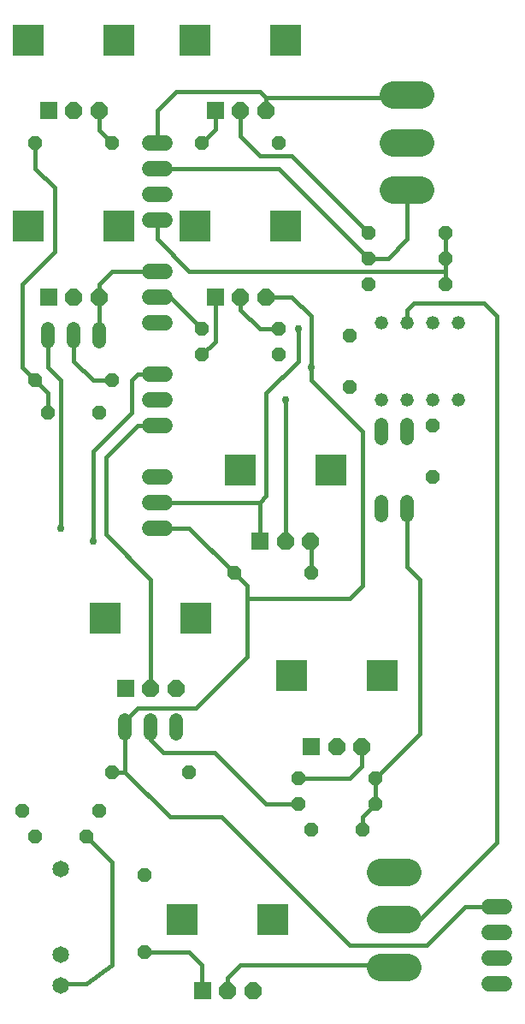
<source format=gbr>
G04 EAGLE Gerber RS-274X export*
G75*
%MOMM*%
%FSLAX34Y34*%
%LPD*%
%INTop Copper*%
%IPPOS*%
%AMOC8*
5,1,8,0,0,1.08239X$1,22.5*%
G01*
%ADD10R,1.676400X1.676400*%
%ADD11P,1.814519X8X292.500000*%
%ADD12R,3.116000X3.116000*%
%ADD13C,1.650000*%
%ADD14P,1.429621X8X202.500000*%
%ADD15P,1.429621X8X292.500000*%
%ADD16C,2.705100*%
%ADD17C,1.320800*%
%ADD18P,1.429621X8X22.500000*%
%ADD19C,1.320800*%
%ADD20P,1.429621X8X112.500000*%
%ADD21C,1.524000*%
%ADD22C,0.406400*%
%ADD23C,0.756400*%


D10*
X216300Y18900D03*
D11*
X241300Y18900D03*
X266300Y18900D03*
D12*
X286300Y88900D03*
X196300Y88900D03*
D10*
X229000Y704700D03*
D11*
X254000Y704700D03*
X279000Y704700D03*
D12*
X299000Y774700D03*
X209000Y774700D03*
D13*
X76200Y138900D03*
X76200Y53900D03*
X76200Y23900D03*
D14*
X101600Y171450D03*
X50800Y171450D03*
X114300Y196850D03*
X38100Y196850D03*
D15*
X158750Y133350D03*
X158750Y57150D03*
D14*
X203200Y234950D03*
X127000Y234950D03*
D16*
X392875Y135890D02*
X419926Y135890D01*
X419926Y88900D02*
X392875Y88900D01*
X392875Y41910D02*
X419926Y41910D01*
D17*
X393700Y488696D02*
X393700Y501904D01*
X393700Y564896D02*
X393700Y578104D01*
X63500Y660146D02*
X63500Y673354D01*
X114300Y673354D02*
X114300Y660146D01*
X88900Y660146D02*
X88900Y673354D01*
D14*
X127000Y857250D03*
X50800Y857250D03*
D10*
X63900Y888850D03*
D11*
X88900Y888850D03*
X113900Y888850D03*
D12*
X133900Y958850D03*
X43900Y958850D03*
D14*
X127000Y622300D03*
X50800Y622300D03*
D10*
X63900Y704700D03*
D11*
X88900Y704700D03*
X113900Y704700D03*
D12*
X133900Y774700D03*
X43900Y774700D03*
D14*
X114300Y590550D03*
X63500Y590550D03*
X292100Y647700D03*
X215900Y647700D03*
D18*
X215900Y673100D03*
X292100Y673100D03*
D14*
X292100Y857250D03*
X215900Y857250D03*
D10*
X229000Y888850D03*
D11*
X254000Y888850D03*
X279000Y888850D03*
D12*
X299000Y958850D03*
X209000Y958850D03*
D16*
X405575Y810260D02*
X432626Y810260D01*
X432626Y857250D02*
X405575Y857250D01*
X405575Y904240D02*
X432626Y904240D01*
D14*
X457200Y768350D03*
X381000Y768350D03*
D18*
X381000Y742950D03*
X457200Y742950D03*
D14*
X457200Y717550D03*
X381000Y717550D03*
D17*
X419100Y501904D02*
X419100Y488696D01*
X419100Y564896D02*
X419100Y578104D01*
D18*
X323850Y177800D03*
X374650Y177800D03*
X311150Y228600D03*
X387350Y228600D03*
D10*
X324250Y260200D03*
D11*
X349250Y260200D03*
X374250Y260200D03*
D12*
X394250Y330200D03*
X304250Y330200D03*
D18*
X311150Y203200D03*
X387350Y203200D03*
D17*
X139700Y272796D02*
X139700Y286004D01*
X190500Y286004D02*
X190500Y272796D01*
X165100Y272796D02*
X165100Y286004D01*
D10*
X140100Y317350D03*
D11*
X165100Y317350D03*
X190100Y317350D03*
D12*
X210100Y387350D03*
X120100Y387350D03*
D10*
X273450Y463400D03*
D11*
X298450Y463400D03*
X323450Y463400D03*
D12*
X343450Y533400D03*
X253450Y533400D03*
D14*
X323850Y431800D03*
X247650Y431800D03*
D19*
X469900Y679450D03*
X444500Y679450D03*
X444500Y603250D03*
X469900Y603250D03*
X419100Y679450D03*
X393700Y679450D03*
X419100Y603250D03*
X393700Y603250D03*
D20*
X361950Y615950D03*
X361950Y666750D03*
X444500Y527050D03*
X444500Y577850D03*
D21*
X179070Y781050D02*
X163830Y781050D01*
X163830Y806450D02*
X179070Y806450D01*
X179070Y831850D02*
X163830Y831850D01*
X163830Y857250D02*
X179070Y857250D01*
X179070Y679450D02*
X163830Y679450D01*
X163830Y704850D02*
X179070Y704850D01*
X179070Y730250D02*
X163830Y730250D01*
X163830Y577850D02*
X179070Y577850D01*
X179070Y603250D02*
X163830Y603250D01*
X163830Y628650D02*
X179070Y628650D01*
X500380Y25400D02*
X515620Y25400D01*
X515620Y50800D02*
X500380Y50800D01*
X500380Y76200D02*
X515620Y76200D01*
X515620Y101600D02*
X500380Y101600D01*
X179070Y527050D02*
X163830Y527050D01*
X163830Y501650D02*
X179070Y501650D01*
X179070Y476250D02*
X163830Y476250D01*
D22*
X139700Y279400D02*
X139700Y234950D01*
X171450Y476250D02*
X203200Y476250D01*
X247650Y431800D01*
X63500Y635000D02*
X63500Y666750D01*
X63500Y635000D02*
X76200Y622300D01*
X76200Y476250D01*
X279150Y704850D02*
X304800Y704850D01*
X323850Y685800D01*
X323850Y635000D01*
X279000Y704700D02*
X279150Y704850D01*
D23*
X76200Y476250D03*
D22*
X476250Y101600D02*
X508000Y101600D01*
X476250Y101600D02*
X438150Y63500D01*
X361950Y63500D01*
X234950Y190500D01*
X184150Y190500D01*
X139700Y234950D01*
X127000Y234950D01*
X260350Y419100D02*
X247650Y431800D01*
X260350Y406400D02*
X260350Y349250D01*
X209550Y298450D01*
X152400Y298450D01*
X139700Y285750D01*
X139700Y279400D01*
X323850Y622300D02*
X323850Y635000D01*
X323850Y622300D02*
X374650Y571500D01*
X374650Y419100D01*
X361950Y406400D01*
X260350Y406400D01*
X260350Y419100D01*
D23*
X323850Y635000D03*
D22*
X203200Y57150D02*
X158750Y57150D01*
X203200Y57150D02*
X215900Y44450D01*
X215900Y19050D01*
X216300Y18900D01*
X402590Y44450D02*
X406400Y41910D01*
X402590Y44450D02*
X254000Y44450D01*
X241300Y31750D01*
X241300Y18900D01*
X273050Y501650D02*
X171450Y501650D01*
X273050Y501650D02*
X279400Y508000D01*
X273050Y501650D02*
X273050Y463800D01*
X273450Y463400D01*
X279400Y508000D02*
X279400Y609600D01*
X311150Y641350D02*
X311150Y673100D01*
D23*
X311150Y673100D03*
D22*
X311150Y641350D02*
X279400Y609600D01*
X406400Y88900D02*
X431800Y88900D01*
X425450Y698500D02*
X495300Y698500D01*
X425450Y698500D02*
X419100Y692150D01*
X419100Y679450D01*
X508000Y165100D02*
X431800Y88900D01*
X508000Y165100D02*
X508000Y685800D01*
X495300Y698500D01*
X76200Y25400D02*
X76200Y23900D01*
X76200Y25400D02*
X101600Y25400D01*
X127000Y44450D01*
X127000Y146050D01*
X101600Y171450D01*
X50800Y831850D02*
X50800Y857250D01*
X50800Y831850D02*
X69850Y812800D01*
X69850Y749300D01*
X38100Y717550D02*
X38100Y635000D01*
X50800Y622300D01*
X38100Y717550D02*
X69850Y749300D01*
X50800Y622300D02*
X63500Y609600D01*
X63500Y590550D01*
X114300Y888450D02*
X113900Y888850D01*
X114300Y888450D02*
X114300Y869950D01*
X127000Y857250D01*
X127000Y622300D02*
X107950Y622300D01*
X88900Y641350D01*
X88900Y666750D01*
X113900Y667150D02*
X113900Y704700D01*
X113900Y667150D02*
X114300Y666750D01*
X113900Y704700D02*
X114150Y717400D01*
X127000Y730250D01*
X171450Y730250D01*
X229000Y704700D02*
X229000Y660800D01*
X215900Y647700D01*
X254000Y692150D02*
X254000Y704700D01*
X254000Y692150D02*
X273050Y673100D01*
X292100Y673100D01*
X184150Y704850D02*
X171450Y704850D01*
X184150Y704850D02*
X215900Y673100D01*
X229000Y870350D02*
X229000Y888850D01*
X229000Y870350D02*
X215900Y857250D01*
X254000Y863600D02*
X254000Y888850D01*
X254000Y863600D02*
X273050Y844550D01*
X304800Y844550D01*
X381000Y768350D01*
X419100Y901700D02*
X419100Y904240D01*
X279400Y901700D02*
X279000Y888850D01*
X279400Y901700D02*
X419100Y901700D01*
X171450Y889000D02*
X171450Y857250D01*
X171450Y889000D02*
X190500Y908050D01*
X273050Y908050D01*
X279400Y901950D01*
X279000Y888850D01*
X419100Y810260D02*
X419100Y762000D01*
X400050Y742950D01*
X381000Y742950D01*
X292100Y831850D02*
X171450Y831850D01*
X292100Y831850D02*
X381000Y742950D01*
X457200Y742950D02*
X457200Y717550D01*
X457200Y742950D02*
X457200Y768350D01*
X171450Y762000D02*
X171450Y781050D01*
X171450Y762000D02*
X203200Y730250D01*
X457200Y730250D01*
X457200Y717550D01*
X374650Y190500D02*
X374650Y177800D01*
X374650Y190500D02*
X387350Y203200D01*
X387350Y228600D01*
X431800Y273050D01*
X431800Y425450D02*
X419100Y438150D01*
X419100Y495300D01*
X431800Y425450D02*
X431800Y273050D01*
X361950Y228600D02*
X311150Y228600D01*
X361950Y228600D02*
X374250Y240900D01*
X374250Y260200D01*
X171450Y628650D02*
X152400Y628650D01*
X146050Y622300D01*
X146050Y590550D01*
X107950Y552450D01*
D23*
X107950Y463550D03*
D22*
X107950Y552450D01*
X279400Y203200D02*
X311150Y203200D01*
X279400Y203200D02*
X228600Y254000D01*
X177800Y254000D01*
X165100Y266700D01*
X165100Y279400D01*
X165100Y317350D02*
X165100Y425450D01*
X120650Y469900D01*
X120650Y546100D01*
X152400Y577850D01*
X171450Y577850D01*
X323450Y463400D02*
X323850Y463000D01*
X323850Y431800D01*
X298450Y463400D02*
X298450Y603250D01*
D23*
X298450Y603250D03*
M02*

</source>
